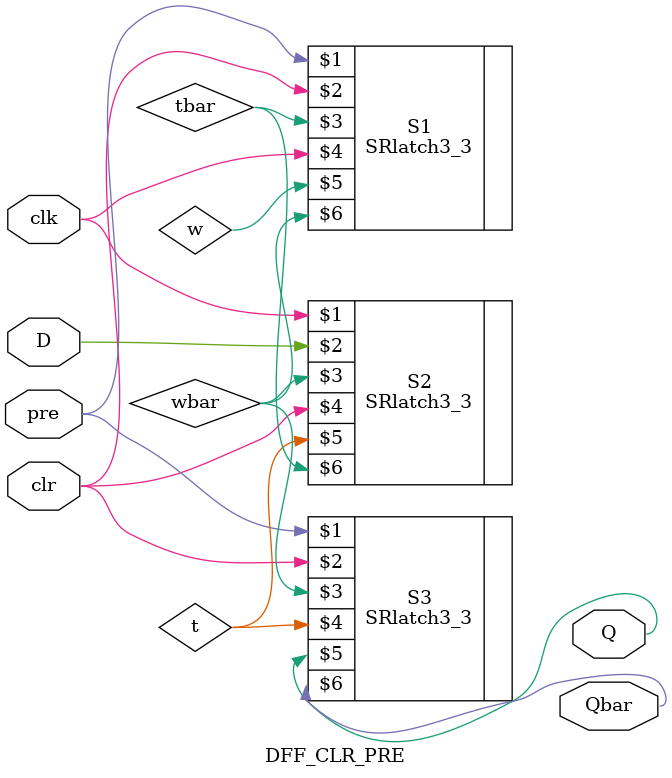
<source format=v>
`timescale 1ns/1ns

module DFF_CLR_PRE(input D, clk, clr, pre, output Q, Qbar);
	wire w, wbar, t, tbar;
	SRlatch3_3 S1(pre, clr, tbar, clk, w, wbar);
	SRlatch3_3 S2(clk, D, wbar, clr, t, tbar);
	SRlatch3_3 S3(pre, clr, wbar, t, Q, Qbar);
endmodule
</source>
